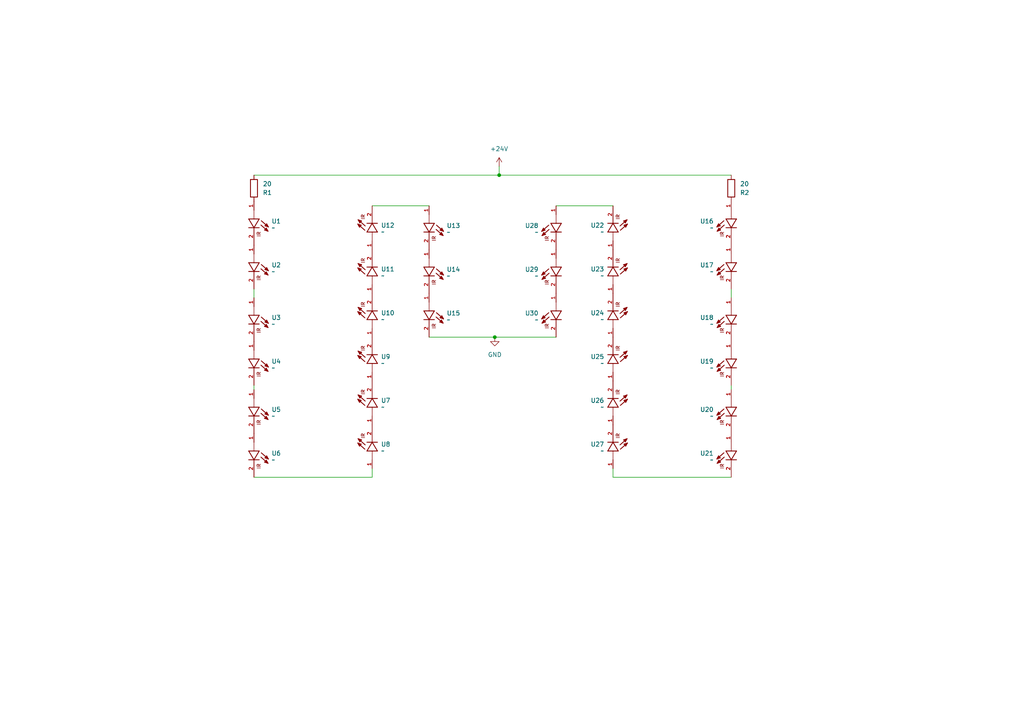
<source format=kicad_sch>
(kicad_sch
	(version 20231120)
	(generator "eeschema")
	(generator_version "8.0")
	(uuid "474f30bf-57b7-4469-a7b4-cccbee2c87e2")
	(paper "A4")
	(lib_symbols
		(symbol "Device:R"
			(pin_numbers hide)
			(pin_names
				(offset 0)
			)
			(exclude_from_sim no)
			(in_bom yes)
			(on_board yes)
			(property "Reference" "R"
				(at 2.032 0 90)
				(effects
					(font
						(size 1.27 1.27)
					)
				)
			)
			(property "Value" "R"
				(at 0 0 90)
				(effects
					(font
						(size 1.27 1.27)
					)
				)
			)
			(property "Footprint" ""
				(at -1.778 0 90)
				(effects
					(font
						(size 1.27 1.27)
					)
					(hide yes)
				)
			)
			(property "Datasheet" "~"
				(at 0 0 0)
				(effects
					(font
						(size 1.27 1.27)
					)
					(hide yes)
				)
			)
			(property "Description" "Resistor"
				(at 0 0 0)
				(effects
					(font
						(size 1.27 1.27)
					)
					(hide yes)
				)
			)
			(property "ki_keywords" "R res resistor"
				(at 0 0 0)
				(effects
					(font
						(size 1.27 1.27)
					)
					(hide yes)
				)
			)
			(property "ki_fp_filters" "R_*"
				(at 0 0 0)
				(effects
					(font
						(size 1.27 1.27)
					)
					(hide yes)
				)
			)
			(symbol "R_0_1"
				(rectangle
					(start -1.016 -2.54)
					(end 1.016 2.54)
					(stroke
						(width 0.254)
						(type default)
					)
					(fill
						(type none)
					)
				)
			)
			(symbol "R_1_1"
				(pin passive line
					(at 0 3.81 270)
					(length 1.27)
					(name "~"
						(effects
							(font
								(size 1.27 1.27)
							)
						)
					)
					(number "1"
						(effects
							(font
								(size 1.27 1.27)
							)
						)
					)
				)
				(pin passive line
					(at 0 -3.81 90)
					(length 1.27)
					(name "~"
						(effects
							(font
								(size 1.27 1.27)
							)
						)
					)
					(number "2"
						(effects
							(font
								(size 1.27 1.27)
							)
						)
					)
				)
			)
		)
		(symbol "New_Library:sfh"
			(exclude_from_sim no)
			(in_bom yes)
			(on_board yes)
			(property "Reference" "U"
				(at 0 0 0)
				(effects
					(font
						(size 1.27 1.27)
					)
				)
			)
			(property "Value" ""
				(at 0 0 0)
				(effects
					(font
						(size 1.27 1.27)
					)
				)
			)
			(property "Footprint" ""
				(at 0 0 0)
				(effects
					(font
						(size 1.27 1.27)
					)
					(hide yes)
				)
			)
			(property "Datasheet" ""
				(at 0 0 0)
				(effects
					(font
						(size 1.27 1.27)
					)
					(hide yes)
				)
			)
			(property "Description" ""
				(at 0 0 0)
				(effects
					(font
						(size 1.27 1.27)
					)
					(hide yes)
				)
			)
			(symbol "sfh_0_0"
				(polyline
					(pts
						(xy -5.08 -7.874) (xy -2.54 -6.35)
					)
					(stroke
						(width 0.254)
						(type default)
					)
					(fill
						(type none)
					)
				)
				(polyline
					(pts
						(xy -5.08 -6.35) (xy -7.62 -6.35)
					)
					(stroke
						(width 0.1524)
						(type default)
					)
					(fill
						(type none)
					)
				)
				(polyline
					(pts
						(xy -5.08 -6.35) (xy -5.08 -7.874)
					)
					(stroke
						(width 0.254)
						(type default)
					)
					(fill
						(type none)
					)
				)
				(polyline
					(pts
						(xy -5.08 -4.826) (xy -5.08 -6.35)
					)
					(stroke
						(width 0.254)
						(type default)
					)
					(fill
						(type none)
					)
				)
				(polyline
					(pts
						(xy -3.6576 -2.667) (xy -2.7686 -2.1844)
					)
					(stroke
						(width 0.254)
						(type default)
					)
					(fill
						(type none)
					)
				)
				(polyline
					(pts
						(xy -3.4798 -2.7432) (xy -3.2512 -2.5908)
					)
					(stroke
						(width 0.254)
						(type default)
					)
					(fill
						(type none)
					)
				)
				(polyline
					(pts
						(xy -3.0988 -3.1496) (xy -3.6576 -2.667)
					)
					(stroke
						(width 0.254)
						(type default)
					)
					(fill
						(type none)
					)
				)
				(polyline
					(pts
						(xy -3.0988 -3.1496) (xy -3.0734 -2.413)
					)
					(stroke
						(width 0.254)
						(type default)
					)
					(fill
						(type none)
					)
				)
				(polyline
					(pts
						(xy -3.0734 -2.413) (xy -3.2004 -2.413)
					)
					(stroke
						(width 0.254)
						(type default)
					)
					(fill
						(type none)
					)
				)
				(polyline
					(pts
						(xy -2.7686 -2.1844) (xy -4.5466 -4.2164)
					)
					(stroke
						(width 0.254)
						(type default)
					)
					(fill
						(type none)
					)
				)
				(polyline
					(pts
						(xy -2.7686 -2.1844) (xy -3.0988 -3.1496)
					)
					(stroke
						(width 0.254)
						(type default)
					)
					(fill
						(type none)
					)
				)
				(polyline
					(pts
						(xy -2.54 -6.35) (xy -5.08 -4.826)
					)
					(stroke
						(width 0.254)
						(type default)
					)
					(fill
						(type none)
					)
				)
				(polyline
					(pts
						(xy -2.54 -4.826) (xy -2.54 -7.874)
					)
					(stroke
						(width 0.254)
						(type default)
					)
					(fill
						(type none)
					)
				)
				(polyline
					(pts
						(xy -2.413 -2.7686) (xy -1.524 -2.286)
					)
					(stroke
						(width 0.254)
						(type default)
					)
					(fill
						(type none)
					)
				)
				(polyline
					(pts
						(xy -2.2352 -2.8448) (xy -2.0066 -2.6924)
					)
					(stroke
						(width 0.254)
						(type default)
					)
					(fill
						(type none)
					)
				)
				(polyline
					(pts
						(xy -1.8542 -3.2512) (xy -2.413 -2.7686)
					)
					(stroke
						(width 0.254)
						(type default)
					)
					(fill
						(type none)
					)
				)
				(polyline
					(pts
						(xy -1.8542 -3.2512) (xy -1.8288 -2.5146)
					)
					(stroke
						(width 0.254)
						(type default)
					)
					(fill
						(type none)
					)
				)
				(polyline
					(pts
						(xy -1.8288 -2.5146) (xy -1.9558 -2.5146)
					)
					(stroke
						(width 0.254)
						(type default)
					)
					(fill
						(type none)
					)
				)
				(polyline
					(pts
						(xy -1.524 -2.286) (xy -3.302 -4.318)
					)
					(stroke
						(width 0.254)
						(type default)
					)
					(fill
						(type none)
					)
				)
				(polyline
					(pts
						(xy -1.524 -2.286) (xy -1.8542 -3.2512)
					)
					(stroke
						(width 0.254)
						(type default)
					)
					(fill
						(type none)
					)
				)
				(text "IR"
					(at -1.524 -4.318 0)
					(effects
						(font
							(size 1.016 1.016)
						)
						(justify left bottom)
					)
				)
			)
			(symbol "sfh_1_0"
				(pin passive line
					(at -10.16 -6.35 0)
					(length 2.54)
					(name "~"
						(effects
							(font
								(size 1.016 1.016)
							)
						)
					)
					(number "1"
						(effects
							(font
								(size 1.016 1.016)
							)
						)
					)
				)
				(pin passive line
					(at 2.54 -6.35 180)
					(length 5.08)
					(name "~"
						(effects
							(font
								(size 1.016 1.016)
							)
						)
					)
					(number "2"
						(effects
							(font
								(size 1.016 1.016)
							)
						)
					)
				)
			)
		)
		(symbol "power:+24V"
			(power)
			(pin_numbers hide)
			(pin_names
				(offset 0) hide)
			(exclude_from_sim no)
			(in_bom yes)
			(on_board yes)
			(property "Reference" "#PWR"
				(at 0 -3.81 0)
				(effects
					(font
						(size 1.27 1.27)
					)
					(hide yes)
				)
			)
			(property "Value" "+24V"
				(at 0 3.556 0)
				(effects
					(font
						(size 1.27 1.27)
					)
				)
			)
			(property "Footprint" ""
				(at 0 0 0)
				(effects
					(font
						(size 1.27 1.27)
					)
					(hide yes)
				)
			)
			(property "Datasheet" ""
				(at 0 0 0)
				(effects
					(font
						(size 1.27 1.27)
					)
					(hide yes)
				)
			)
			(property "Description" "Power symbol creates a global label with name \"+24V\""
				(at 0 0 0)
				(effects
					(font
						(size 1.27 1.27)
					)
					(hide yes)
				)
			)
			(property "ki_keywords" "global power"
				(at 0 0 0)
				(effects
					(font
						(size 1.27 1.27)
					)
					(hide yes)
				)
			)
			(symbol "+24V_0_1"
				(polyline
					(pts
						(xy -0.762 1.27) (xy 0 2.54)
					)
					(stroke
						(width 0)
						(type default)
					)
					(fill
						(type none)
					)
				)
				(polyline
					(pts
						(xy 0 0) (xy 0 2.54)
					)
					(stroke
						(width 0)
						(type default)
					)
					(fill
						(type none)
					)
				)
				(polyline
					(pts
						(xy 0 2.54) (xy 0.762 1.27)
					)
					(stroke
						(width 0)
						(type default)
					)
					(fill
						(type none)
					)
				)
			)
			(symbol "+24V_1_1"
				(pin power_in line
					(at 0 0 90)
					(length 0)
					(name "~"
						(effects
							(font
								(size 1.27 1.27)
							)
						)
					)
					(number "1"
						(effects
							(font
								(size 1.27 1.27)
							)
						)
					)
				)
			)
		)
		(symbol "power:GND"
			(power)
			(pin_numbers hide)
			(pin_names
				(offset 0) hide)
			(exclude_from_sim no)
			(in_bom yes)
			(on_board yes)
			(property "Reference" "#PWR"
				(at 0 -6.35 0)
				(effects
					(font
						(size 1.27 1.27)
					)
					(hide yes)
				)
			)
			(property "Value" "GND"
				(at 0 -3.81 0)
				(effects
					(font
						(size 1.27 1.27)
					)
				)
			)
			(property "Footprint" ""
				(at 0 0 0)
				(effects
					(font
						(size 1.27 1.27)
					)
					(hide yes)
				)
			)
			(property "Datasheet" ""
				(at 0 0 0)
				(effects
					(font
						(size 1.27 1.27)
					)
					(hide yes)
				)
			)
			(property "Description" "Power symbol creates a global label with name \"GND\" , ground"
				(at 0 0 0)
				(effects
					(font
						(size 1.27 1.27)
					)
					(hide yes)
				)
			)
			(property "ki_keywords" "global power"
				(at 0 0 0)
				(effects
					(font
						(size 1.27 1.27)
					)
					(hide yes)
				)
			)
			(symbol "GND_0_1"
				(polyline
					(pts
						(xy 0 0) (xy 0 -1.27) (xy 1.27 -1.27) (xy 0 -2.54) (xy -1.27 -1.27) (xy 0 -1.27)
					)
					(stroke
						(width 0)
						(type default)
					)
					(fill
						(type none)
					)
				)
			)
			(symbol "GND_1_1"
				(pin power_in line
					(at 0 0 270)
					(length 0)
					(name "~"
						(effects
							(font
								(size 1.27 1.27)
							)
						)
					)
					(number "1"
						(effects
							(font
								(size 1.27 1.27)
							)
						)
					)
				)
			)
		)
	)
	(junction
		(at 143.51 97.79)
		(diameter 0)
		(color 0 0 0 0)
		(uuid "1007e8c5-fa8c-4109-8d9a-b777ab943234")
	)
	(junction
		(at 144.78 50.8)
		(diameter 0)
		(color 0 0 0 0)
		(uuid "acdf8f5d-5225-4698-a183-187e7b8419b4")
	)
	(wire
		(pts
			(xy 107.95 59.69) (xy 124.46 59.69)
		)
		(stroke
			(width 0)
			(type default)
		)
		(uuid "05bd24c8-89a8-4fe4-bd66-329f95759e29")
	)
	(wire
		(pts
			(xy 144.78 48.26) (xy 144.78 50.8)
		)
		(stroke
			(width 0)
			(type default)
		)
		(uuid "07246468-a5af-4b23-aaad-03f6859f2597")
	)
	(wire
		(pts
			(xy 107.95 138.43) (xy 107.95 135.89)
		)
		(stroke
			(width 0)
			(type default)
		)
		(uuid "10929a6f-b8cc-4d45-b507-6e6172f33c9b")
	)
	(wire
		(pts
			(xy 177.8 138.43) (xy 177.8 135.89)
		)
		(stroke
			(width 0)
			(type default)
		)
		(uuid "1b9f4bf0-6722-4a97-a9ca-5a09a03671e9")
	)
	(wire
		(pts
			(xy 73.66 86.36) (xy 73.66 83.82)
		)
		(stroke
			(width 0)
			(type default)
		)
		(uuid "1fe67605-e84c-475b-ab6c-36203e499d7d")
	)
	(wire
		(pts
			(xy 212.09 86.36) (xy 212.09 83.82)
		)
		(stroke
			(width 0)
			(type default)
		)
		(uuid "2c94ea83-1c60-49b7-924c-80842e1a88f9")
	)
	(wire
		(pts
			(xy 124.46 97.79) (xy 143.51 97.79)
		)
		(stroke
			(width 0)
			(type default)
		)
		(uuid "2ec66b27-edc6-4dad-ab95-c3d32a3579d8")
	)
	(wire
		(pts
			(xy 73.66 50.8) (xy 144.78 50.8)
		)
		(stroke
			(width 0)
			(type default)
		)
		(uuid "47a89952-3d66-4df6-a02a-55dcb267f816")
	)
	(wire
		(pts
			(xy 212.09 138.43) (xy 177.8 138.43)
		)
		(stroke
			(width 0)
			(type default)
		)
		(uuid "7b0f1d67-237c-4434-8b62-5efa331f24a6")
	)
	(wire
		(pts
			(xy 212.09 50.8) (xy 144.78 50.8)
		)
		(stroke
			(width 0)
			(type default)
		)
		(uuid "8e274c11-0d7f-44da-a82a-0b604606e50e")
	)
	(wire
		(pts
			(xy 212.09 113.03) (xy 212.09 111.76)
		)
		(stroke
			(width 0)
			(type default)
		)
		(uuid "b141bf7f-336e-4076-a08c-2826857593ba")
	)
	(wire
		(pts
			(xy 177.8 59.69) (xy 161.29 59.69)
		)
		(stroke
			(width 0)
			(type default)
		)
		(uuid "c0e97e00-1a6c-4db7-89ed-1a5881ec0a9c")
	)
	(wire
		(pts
			(xy 73.66 138.43) (xy 107.95 138.43)
		)
		(stroke
			(width 0)
			(type default)
		)
		(uuid "c2977f41-9f56-4d40-9316-f0056ba58389")
	)
	(wire
		(pts
			(xy 143.51 97.79) (xy 161.29 97.79)
		)
		(stroke
			(width 0)
			(type default)
		)
		(uuid "e9093e8e-c9d6-4b7e-b681-80e01604e452")
	)
	(wire
		(pts
			(xy 73.66 113.03) (xy 73.66 111.76)
		)
		(stroke
			(width 0)
			(type default)
		)
		(uuid "fec560c5-2728-4b5a-af6e-128e0fbe57eb")
	)
	(symbol
		(lib_id "New_Library:sfh")
		(at 80.01 135.89 270)
		(unit 1)
		(exclude_from_sim no)
		(in_bom yes)
		(on_board yes)
		(dnp no)
		(fields_autoplaced yes)
		(uuid "068a8164-dc79-4742-b7e9-917d21e46eb8")
		(property "Reference" "U6"
			(at 78.74 131.4836 90)
			(effects
				(font
					(size 1.27 1.27)
				)
				(justify left)
			)
		)
		(property "Value" "~"
			(at 78.74 133.3887 90)
			(effects
				(font
					(size 1.27 1.27)
				)
				(justify left)
			)
		)
		(property "Footprint" "LED_THT:LED_D5.0mm"
			(at 80.01 135.89 0)
			(effects
				(font
					(size 1.27 1.27)
				)
				(hide yes)
			)
		)
		(property "Datasheet" ""
			(at 80.01 135.89 0)
			(effects
				(font
					(size 1.27 1.27)
				)
				(hide yes)
			)
		)
		(property "Description" ""
			(at 80.01 135.89 0)
			(effects
				(font
					(size 1.27 1.27)
				)
				(hide yes)
			)
		)
		(pin "1"
			(uuid "7c45d09c-f913-48ab-897b-6b9bb039ad18")
		)
		(pin "2"
			(uuid "9b328e02-f955-436a-9fde-351f2393bc96")
		)
		(instances
			(project "ringLED"
				(path "/474f30bf-57b7-4469-a7b4-cccbee2c87e2"
					(reference "U6")
					(unit 1)
				)
			)
		)
	)
	(symbol
		(lib_id "New_Library:sfh")
		(at 80.01 81.28 270)
		(unit 1)
		(exclude_from_sim no)
		(in_bom yes)
		(on_board yes)
		(dnp no)
		(fields_autoplaced yes)
		(uuid "0983a66c-f898-4ab2-81ff-6be7ef65f73f")
		(property "Reference" "U2"
			(at 78.74 76.8736 90)
			(effects
				(font
					(size 1.27 1.27)
				)
				(justify left)
			)
		)
		(property "Value" "~"
			(at 78.74 78.7787 90)
			(effects
				(font
					(size 1.27 1.27)
				)
				(justify left)
			)
		)
		(property "Footprint" "LED_THT:LED_D5.0mm"
			(at 80.01 81.28 0)
			(effects
				(font
					(size 1.27 1.27)
				)
				(hide yes)
			)
		)
		(property "Datasheet" ""
			(at 80.01 81.28 0)
			(effects
				(font
					(size 1.27 1.27)
				)
				(hide yes)
			)
		)
		(property "Description" ""
			(at 80.01 81.28 0)
			(effects
				(font
					(size 1.27 1.27)
				)
				(hide yes)
			)
		)
		(pin "1"
			(uuid "4dddbba1-f65f-49d2-a4de-0cd70342d5f0")
		)
		(pin "2"
			(uuid "c378f38b-3ca0-487e-8207-e32ed3322cc2")
		)
		(instances
			(project "ringLED"
				(path "/474f30bf-57b7-4469-a7b4-cccbee2c87e2"
					(reference "U2")
					(unit 1)
				)
			)
		)
	)
	(symbol
		(lib_id "New_Library:sfh")
		(at 101.6 87.63 90)
		(unit 1)
		(exclude_from_sim no)
		(in_bom yes)
		(on_board yes)
		(dnp no)
		(fields_autoplaced yes)
		(uuid "10055ac8-90d1-4a54-9add-d1859cf1cb94")
		(property "Reference" "U10"
			(at 110.49 90.7662 90)
			(effects
				(font
					(size 1.27 1.27)
				)
				(justify right)
			)
		)
		(property "Value" "~"
			(at 110.49 92.6713 90)
			(effects
				(font
					(size 1.27 1.27)
				)
				(justify right)
			)
		)
		(property "Footprint" "LED_THT:LED_D5.0mm"
			(at 101.6 87.63 0)
			(effects
				(font
					(size 1.27 1.27)
				)
				(hide yes)
			)
		)
		(property "Datasheet" ""
			(at 101.6 87.63 0)
			(effects
				(font
					(size 1.27 1.27)
				)
				(hide yes)
			)
		)
		(property "Description" ""
			(at 101.6 87.63 0)
			(effects
				(font
					(size 1.27 1.27)
				)
				(hide yes)
			)
		)
		(pin "1"
			(uuid "27822224-4354-49d9-8320-f1f3bee2462c")
		)
		(pin "2"
			(uuid "55536858-403a-4004-95ef-fb69b22d1448")
		)
		(instances
			(project "ringLED"
				(path "/474f30bf-57b7-4469-a7b4-cccbee2c87e2"
					(reference "U10")
					(unit 1)
				)
			)
		)
	)
	(symbol
		(lib_id "New_Library:sfh")
		(at 130.81 69.85 270)
		(unit 1)
		(exclude_from_sim no)
		(in_bom yes)
		(on_board yes)
		(dnp no)
		(fields_autoplaced yes)
		(uuid "12eac6b6-603d-44bd-acd1-6cf8b62c46e9")
		(property "Reference" "U13"
			(at 129.54 65.4436 90)
			(effects
				(font
					(size 1.27 1.27)
				)
				(justify left)
			)
		)
		(property "Value" "~"
			(at 129.54 67.3487 90)
			(effects
				(font
					(size 1.27 1.27)
				)
				(justify left)
			)
		)
		(property "Footprint" "LED_THT:LED_D5.0mm"
			(at 130.81 69.85 0)
			(effects
				(font
					(size 1.27 1.27)
				)
				(hide yes)
			)
		)
		(property "Datasheet" ""
			(at 130.81 69.85 0)
			(effects
				(font
					(size 1.27 1.27)
				)
				(hide yes)
			)
		)
		(property "Description" ""
			(at 130.81 69.85 0)
			(effects
				(font
					(size 1.27 1.27)
				)
				(hide yes)
			)
		)
		(pin "1"
			(uuid "5830672c-bde0-48e3-a1a9-71ba82c407e7")
		)
		(pin "2"
			(uuid "a9126c46-9a65-4684-8583-9f89e5951032")
		)
		(instances
			(project "ringLED"
				(path "/474f30bf-57b7-4469-a7b4-cccbee2c87e2"
					(reference "U13")
					(unit 1)
				)
			)
		)
	)
	(symbol
		(lib_id "New_Library:sfh")
		(at 154.94 69.85 90)
		(mirror x)
		(unit 1)
		(exclude_from_sim no)
		(in_bom yes)
		(on_board yes)
		(dnp no)
		(fields_autoplaced yes)
		(uuid "18c5fbd5-5570-4a72-9279-529e02069130")
		(property "Reference" "U28"
			(at 156.21 65.4436 90)
			(effects
				(font
					(size 1.27 1.27)
				)
				(justify left)
			)
		)
		(property "Value" "~"
			(at 156.21 67.3487 90)
			(effects
				(font
					(size 1.27 1.27)
				)
				(justify left)
			)
		)
		(property "Footprint" "LED_THT:LED_D5.0mm"
			(at 154.94 69.85 0)
			(effects
				(font
					(size 1.27 1.27)
				)
				(hide yes)
			)
		)
		(property "Datasheet" ""
			(at 154.94 69.85 0)
			(effects
				(font
					(size 1.27 1.27)
				)
				(hide yes)
			)
		)
		(property "Description" ""
			(at 154.94 69.85 0)
			(effects
				(font
					(size 1.27 1.27)
				)
				(hide yes)
			)
		)
		(pin "1"
			(uuid "070126dd-44b7-446f-b591-51d558a44481")
		)
		(pin "2"
			(uuid "51ede229-5dc1-42ea-9ed9-33f84b1a14f2")
		)
		(instances
			(project "ringLED"
				(path "/474f30bf-57b7-4469-a7b4-cccbee2c87e2"
					(reference "U28")
					(unit 1)
				)
			)
		)
	)
	(symbol
		(lib_id "New_Library:sfh")
		(at 80.01 123.19 270)
		(unit 1)
		(exclude_from_sim no)
		(in_bom yes)
		(on_board yes)
		(dnp no)
		(fields_autoplaced yes)
		(uuid "1b21908f-b7a5-4669-ab9d-e7928213d689")
		(property "Reference" "U5"
			(at 78.74 118.7836 90)
			(effects
				(font
					(size 1.27 1.27)
				)
				(justify left)
			)
		)
		(property "Value" "~"
			(at 78.74 120.6887 90)
			(effects
				(font
					(size 1.27 1.27)
				)
				(justify left)
			)
		)
		(property "Footprint" "LED_THT:LED_D5.0mm"
			(at 80.01 123.19 0)
			(effects
				(font
					(size 1.27 1.27)
				)
				(hide yes)
			)
		)
		(property "Datasheet" ""
			(at 80.01 123.19 0)
			(effects
				(font
					(size 1.27 1.27)
				)
				(hide yes)
			)
		)
		(property "Description" ""
			(at 80.01 123.19 0)
			(effects
				(font
					(size 1.27 1.27)
				)
				(hide yes)
			)
		)
		(pin "1"
			(uuid "7c026329-2aec-41e8-8127-58d5bfad5203")
		)
		(pin "2"
			(uuid "f058fd12-87d6-45ca-9f48-547b06955b93")
		)
		(instances
			(project "ringLED"
				(path "/474f30bf-57b7-4469-a7b4-cccbee2c87e2"
					(reference "U5")
					(unit 1)
				)
			)
		)
	)
	(symbol
		(lib_id "New_Library:sfh")
		(at 184.15 62.23 270)
		(mirror x)
		(unit 1)
		(exclude_from_sim no)
		(in_bom yes)
		(on_board yes)
		(dnp no)
		(fields_autoplaced yes)
		(uuid "2f6b2b15-f8ae-4a83-8380-b13d4b30ee58")
		(property "Reference" "U22"
			(at 175.26 65.3662 90)
			(effects
				(font
					(size 1.27 1.27)
				)
				(justify right)
			)
		)
		(property "Value" "~"
			(at 175.26 67.2713 90)
			(effects
				(font
					(size 1.27 1.27)
				)
				(justify right)
			)
		)
		(property "Footprint" "LED_THT:LED_D5.0mm"
			(at 184.15 62.23 0)
			(effects
				(font
					(size 1.27 1.27)
				)
				(hide yes)
			)
		)
		(property "Datasheet" ""
			(at 184.15 62.23 0)
			(effects
				(font
					(size 1.27 1.27)
				)
				(hide yes)
			)
		)
		(property "Description" ""
			(at 184.15 62.23 0)
			(effects
				(font
					(size 1.27 1.27)
				)
				(hide yes)
			)
		)
		(pin "1"
			(uuid "bde5c9f6-9d3d-4d22-95cf-6625a5199ec3")
		)
		(pin "2"
			(uuid "5a41fd99-1e60-468c-a242-f04519bf30ec")
		)
		(instances
			(project "ringLED"
				(path "/474f30bf-57b7-4469-a7b4-cccbee2c87e2"
					(reference "U22")
					(unit 1)
				)
			)
		)
	)
	(symbol
		(lib_id "New_Library:sfh")
		(at 154.94 82.55 90)
		(mirror x)
		(unit 1)
		(exclude_from_sim no)
		(in_bom yes)
		(on_board yes)
		(dnp no)
		(fields_autoplaced yes)
		(uuid "4002e49d-7f61-4578-a11a-20a34535ba51")
		(property "Reference" "U29"
			(at 156.21 78.1436 90)
			(effects
				(font
					(size 1.27 1.27)
				)
				(justify left)
			)
		)
		(property "Value" "~"
			(at 156.21 80.0487 90)
			(effects
				(font
					(size 1.27 1.27)
				)
				(justify left)
			)
		)
		(property "Footprint" "LED_THT:LED_D5.0mm"
			(at 154.94 82.55 0)
			(effects
				(font
					(size 1.27 1.27)
				)
				(hide yes)
			)
		)
		(property "Datasheet" ""
			(at 154.94 82.55 0)
			(effects
				(font
					(size 1.27 1.27)
				)
				(hide yes)
			)
		)
		(property "Description" ""
			(at 154.94 82.55 0)
			(effects
				(font
					(size 1.27 1.27)
				)
				(hide yes)
			)
		)
		(pin "1"
			(uuid "01f09ced-d2df-4d69-a0a3-38a796d9d43b")
		)
		(pin "2"
			(uuid "561e494e-07c5-4a77-a803-05f04daa0e75")
		)
		(instances
			(project "ringLED"
				(path "/474f30bf-57b7-4469-a7b4-cccbee2c87e2"
					(reference "U29")
					(unit 1)
				)
			)
		)
	)
	(symbol
		(lib_id "New_Library:sfh")
		(at 80.01 109.22 270)
		(unit 1)
		(exclude_from_sim no)
		(in_bom yes)
		(on_board yes)
		(dnp no)
		(fields_autoplaced yes)
		(uuid "4f431765-7ddd-4ef5-944f-4b9e624eb65c")
		(property "Reference" "U4"
			(at 78.74 104.8136 90)
			(effects
				(font
					(size 1.27 1.27)
				)
				(justify left)
			)
		)
		(property "Value" "~"
			(at 78.74 106.7187 90)
			(effects
				(font
					(size 1.27 1.27)
				)
				(justify left)
			)
		)
		(property "Footprint" "LED_THT:LED_D5.0mm"
			(at 80.01 109.22 0)
			(effects
				(font
					(size 1.27 1.27)
				)
				(hide yes)
			)
		)
		(property "Datasheet" ""
			(at 80.01 109.22 0)
			(effects
				(font
					(size 1.27 1.27)
				)
				(hide yes)
			)
		)
		(property "Description" ""
			(at 80.01 109.22 0)
			(effects
				(font
					(size 1.27 1.27)
				)
				(hide yes)
			)
		)
		(pin "1"
			(uuid "4bcfb755-29b0-42e9-9025-62a9e9c6d387")
		)
		(pin "2"
			(uuid "3b480f13-bdcf-4e45-a741-236d1762338d")
		)
		(instances
			(project "ringLED"
				(path "/474f30bf-57b7-4469-a7b4-cccbee2c87e2"
					(reference "U4")
					(unit 1)
				)
			)
		)
	)
	(symbol
		(lib_id "New_Library:sfh")
		(at 101.6 62.23 90)
		(unit 1)
		(exclude_from_sim no)
		(in_bom yes)
		(on_board yes)
		(dnp no)
		(fields_autoplaced yes)
		(uuid "4f94e319-18ed-4fcb-a402-acd61afc2e8b")
		(property "Reference" "U12"
			(at 110.49 65.3662 90)
			(effects
				(font
					(size 1.27 1.27)
				)
				(justify right)
			)
		)
		(property "Value" "~"
			(at 110.49 67.2713 90)
			(effects
				(font
					(size 1.27 1.27)
				)
				(justify right)
			)
		)
		(property "Footprint" "LED_THT:LED_D5.0mm"
			(at 101.6 62.23 0)
			(effects
				(font
					(size 1.27 1.27)
				)
				(hide yes)
			)
		)
		(property "Datasheet" ""
			(at 101.6 62.23 0)
			(effects
				(font
					(size 1.27 1.27)
				)
				(hide yes)
			)
		)
		(property "Description" ""
			(at 101.6 62.23 0)
			(effects
				(font
					(size 1.27 1.27)
				)
				(hide yes)
			)
		)
		(pin "1"
			(uuid "a1672fc3-f385-4c45-b7b1-527d1cc73da7")
		)
		(pin "2"
			(uuid "08e6001e-4ca1-4b33-ba86-91a469f18738")
		)
		(instances
			(project "ringLED"
				(path "/474f30bf-57b7-4469-a7b4-cccbee2c87e2"
					(reference "U12")
					(unit 1)
				)
			)
		)
	)
	(symbol
		(lib_id "New_Library:sfh")
		(at 154.94 95.25 90)
		(mirror x)
		(unit 1)
		(exclude_from_sim no)
		(in_bom yes)
		(on_board yes)
		(dnp no)
		(fields_autoplaced yes)
		(uuid "508ec570-87ce-43b1-9f5d-4c4c30e685de")
		(property "Reference" "U30"
			(at 156.21 90.8436 90)
			(effects
				(font
					(size 1.27 1.27)
				)
				(justify left)
			)
		)
		(property "Value" "~"
			(at 156.21 92.7487 90)
			(effects
				(font
					(size 1.27 1.27)
				)
				(justify left)
			)
		)
		(property "Footprint" "LED_THT:LED_D5.0mm"
			(at 154.94 95.25 0)
			(effects
				(font
					(size 1.27 1.27)
				)
				(hide yes)
			)
		)
		(property "Datasheet" ""
			(at 154.94 95.25 0)
			(effects
				(font
					(size 1.27 1.27)
				)
				(hide yes)
			)
		)
		(property "Description" ""
			(at 154.94 95.25 0)
			(effects
				(font
					(size 1.27 1.27)
				)
				(hide yes)
			)
		)
		(pin "1"
			(uuid "e8c7300c-6fa4-4685-a688-a0e7dba8db8d")
		)
		(pin "2"
			(uuid "a9f3b2ef-dad3-485a-a77e-5987d1b1e5f1")
		)
		(instances
			(project "ringLED"
				(path "/474f30bf-57b7-4469-a7b4-cccbee2c87e2"
					(reference "U30")
					(unit 1)
				)
			)
		)
	)
	(symbol
		(lib_id "New_Library:sfh")
		(at 101.6 125.73 90)
		(unit 1)
		(exclude_from_sim no)
		(in_bom yes)
		(on_board yes)
		(dnp no)
		(fields_autoplaced yes)
		(uuid "51acc589-ecd6-4ba4-b553-5a8c00a55705")
		(property "Reference" "U8"
			(at 110.49 128.8662 90)
			(effects
				(font
					(size 1.27 1.27)
				)
				(justify right)
			)
		)
		(property "Value" "~"
			(at 110.49 130.7713 90)
			(effects
				(font
					(size 1.27 1.27)
				)
				(justify right)
			)
		)
		(property "Footprint" "LED_THT:LED_D5.0mm"
			(at 101.6 125.73 0)
			(effects
				(font
					(size 1.27 1.27)
				)
				(hide yes)
			)
		)
		(property "Datasheet" ""
			(at 101.6 125.73 0)
			(effects
				(font
					(size 1.27 1.27)
				)
				(hide yes)
			)
		)
		(property "Description" ""
			(at 101.6 125.73 0)
			(effects
				(font
					(size 1.27 1.27)
				)
				(hide yes)
			)
		)
		(pin "1"
			(uuid "0e3fa494-65b7-48a5-a438-fecf6df8c556")
		)
		(pin "2"
			(uuid "4ec1a9f1-9dcd-4d07-892b-e3df05ee9c11")
		)
		(instances
			(project "ringLED"
				(path "/474f30bf-57b7-4469-a7b4-cccbee2c87e2"
					(reference "U8")
					(unit 1)
				)
			)
		)
	)
	(symbol
		(lib_id "New_Library:sfh")
		(at 205.74 123.19 90)
		(mirror x)
		(unit 1)
		(exclude_from_sim no)
		(in_bom yes)
		(on_board yes)
		(dnp no)
		(fields_autoplaced yes)
		(uuid "57ff1033-f178-4fc6-8d1c-6bf1efa6810d")
		(property "Reference" "U20"
			(at 207.01 118.7836 90)
			(effects
				(font
					(size 1.27 1.27)
				)
				(justify left)
			)
		)
		(property "Value" "~"
			(at 207.01 120.6887 90)
			(effects
				(font
					(size 1.27 1.27)
				)
				(justify left)
			)
		)
		(property "Footprint" "LED_THT:LED_D5.0mm"
			(at 205.74 123.19 0)
			(effects
				(font
					(size 1.27 1.27)
				)
				(hide yes)
			)
		)
		(property "Datasheet" ""
			(at 205.74 123.19 0)
			(effects
				(font
					(size 1.27 1.27)
				)
				(hide yes)
			)
		)
		(property "Description" ""
			(at 205.74 123.19 0)
			(effects
				(font
					(size 1.27 1.27)
				)
				(hide yes)
			)
		)
		(pin "1"
			(uuid "f5f7cda0-d02e-4d79-bc65-ac2e00827c32")
		)
		(pin "2"
			(uuid "261be4cc-5447-432f-b9e2-d7a7a8cde834")
		)
		(instances
			(project "ringLED"
				(path "/474f30bf-57b7-4469-a7b4-cccbee2c87e2"
					(reference "U20")
					(unit 1)
				)
			)
		)
	)
	(symbol
		(lib_id "Device:R")
		(at 73.66 54.61 0)
		(mirror x)
		(unit 1)
		(exclude_from_sim no)
		(in_bom yes)
		(on_board yes)
		(dnp no)
		(fields_autoplaced yes)
		(uuid "5925532a-85dc-499e-a56b-bda5d6165658")
		(property "Reference" "R1"
			(at 76.2 55.8801 0)
			(effects
				(font
					(size 1.27 1.27)
				)
				(justify left)
			)
		)
		(property "Value" "20"
			(at 76.2 53.3401 0)
			(effects
				(font
					(size 1.27 1.27)
				)
				(justify left)
			)
		)
		(property "Footprint" "Resistor_THT:R_Axial_DIN0309_L9.0mm_D3.2mm_P12.70mm_Horizontal"
			(at 71.882 54.61 90)
			(effects
				(font
					(size 1.27 1.27)
				)
				(hide yes)
			)
		)
		(property "Datasheet" "~"
			(at 73.66 54.61 0)
			(effects
				(font
					(size 1.27 1.27)
				)
				(hide yes)
			)
		)
		(property "Description" "Resistor"
			(at 73.66 54.61 0)
			(effects
				(font
					(size 1.27 1.27)
				)
				(hide yes)
			)
		)
		(property "Sim.Device" "R"
			(at 73.66 54.61 0)
			(effects
				(font
					(size 1.27 1.27)
				)
				(hide yes)
			)
		)
		(property "Sim.Pins" "1=+ 2=-"
			(at 73.66 54.61 0)
			(effects
				(font
					(size 1.27 1.27)
				)
				(hide yes)
			)
		)
		(pin "2"
			(uuid "d45b2282-95ff-40a0-99e1-617100ec7030")
		)
		(pin "1"
			(uuid "d8d60ca0-bacc-466f-b2d2-4558313d44c1")
		)
		(instances
			(project "ringLED"
				(path "/474f30bf-57b7-4469-a7b4-cccbee2c87e2"
					(reference "R1")
					(unit 1)
				)
			)
		)
	)
	(symbol
		(lib_id "New_Library:sfh")
		(at 184.15 87.63 270)
		(mirror x)
		(unit 1)
		(exclude_from_sim no)
		(in_bom yes)
		(on_board yes)
		(dnp no)
		(fields_autoplaced yes)
		(uuid "5dae1dbf-75de-4221-81c4-b7c0c53e8c12")
		(property "Reference" "U24"
			(at 175.26 90.7662 90)
			(effects
				(font
					(size 1.27 1.27)
				)
				(justify right)
			)
		)
		(property "Value" "~"
			(at 175.26 92.6713 90)
			(effects
				(font
					(size 1.27 1.27)
				)
				(justify right)
			)
		)
		(property "Footprint" "LED_THT:LED_D5.0mm"
			(at 184.15 87.63 0)
			(effects
				(font
					(size 1.27 1.27)
				)
				(hide yes)
			)
		)
		(property "Datasheet" ""
			(at 184.15 87.63 0)
			(effects
				(font
					(size 1.27 1.27)
				)
				(hide yes)
			)
		)
		(property "Description" ""
			(at 184.15 87.63 0)
			(effects
				(font
					(size 1.27 1.27)
				)
				(hide yes)
			)
		)
		(pin "1"
			(uuid "f12c4f0a-8230-43fd-b4b4-f930a6a99a24")
		)
		(pin "2"
			(uuid "956d021a-7a2d-4856-9404-86ab37126602")
		)
		(instances
			(project "ringLED"
				(path "/474f30bf-57b7-4469-a7b4-cccbee2c87e2"
					(reference "U24")
					(unit 1)
				)
			)
		)
	)
	(symbol
		(lib_id "New_Library:sfh")
		(at 205.74 109.22 90)
		(mirror x)
		(unit 1)
		(exclude_from_sim no)
		(in_bom yes)
		(on_board yes)
		(dnp no)
		(fields_autoplaced yes)
		(uuid "637b0879-3268-45d9-8b83-44cb85b26ca5")
		(property "Reference" "U19"
			(at 207.01 104.8136 90)
			(effects
				(font
					(size 1.27 1.27)
				)
				(justify left)
			)
		)
		(property "Value" "~"
			(at 207.01 106.7187 90)
			(effects
				(font
					(size 1.27 1.27)
				)
				(justify left)
			)
		)
		(property "Footprint" "LED_THT:LED_D5.0mm"
			(at 205.74 109.22 0)
			(effects
				(font
					(size 1.27 1.27)
				)
				(hide yes)
			)
		)
		(property "Datasheet" ""
			(at 205.74 109.22 0)
			(effects
				(font
					(size 1.27 1.27)
				)
				(hide yes)
			)
		)
		(property "Description" ""
			(at 205.74 109.22 0)
			(effects
				(font
					(size 1.27 1.27)
				)
				(hide yes)
			)
		)
		(pin "1"
			(uuid "b91d70d2-61e4-4543-b44e-bb4419cb479c")
		)
		(pin "2"
			(uuid "e787b0af-ad69-4976-805c-66d4e09aec48")
		)
		(instances
			(project "ringLED"
				(path "/474f30bf-57b7-4469-a7b4-cccbee2c87e2"
					(reference "U19")
					(unit 1)
				)
			)
		)
	)
	(symbol
		(lib_id "New_Library:sfh")
		(at 184.15 113.03 270)
		(mirror x)
		(unit 1)
		(exclude_from_sim no)
		(in_bom yes)
		(on_board yes)
		(dnp no)
		(fields_autoplaced yes)
		(uuid "639dfef2-ac1c-408c-bf48-4f6ef4423966")
		(property "Reference" "U26"
			(at 175.26 116.1662 90)
			(effects
				(font
					(size 1.27 1.27)
				)
				(justify right)
			)
		)
		(property "Value" "~"
			(at 175.26 118.0713 90)
			(effects
				(font
					(size 1.27 1.27)
				)
				(justify right)
			)
		)
		(property "Footprint" "LED_THT:LED_D5.0mm"
			(at 184.15 113.03 0)
			(effects
				(font
					(size 1.27 1.27)
				)
				(hide yes)
			)
		)
		(property "Datasheet" ""
			(at 184.15 113.03 0)
			(effects
				(font
					(size 1.27 1.27)
				)
				(hide yes)
			)
		)
		(property "Description" ""
			(at 184.15 113.03 0)
			(effects
				(font
					(size 1.27 1.27)
				)
				(hide yes)
			)
		)
		(pin "1"
			(uuid "4b8c0a98-d0e0-47ae-8b01-b9f6d04bb6d6")
		)
		(pin "2"
			(uuid "3b4cc027-de0e-42f3-8541-ee57d601f0db")
		)
		(instances
			(project "ringLED"
				(path "/474f30bf-57b7-4469-a7b4-cccbee2c87e2"
					(reference "U26")
					(unit 1)
				)
			)
		)
	)
	(symbol
		(lib_id "New_Library:sfh")
		(at 184.15 74.93 270)
		(mirror x)
		(unit 1)
		(exclude_from_sim no)
		(in_bom yes)
		(on_board yes)
		(dnp no)
		(fields_autoplaced yes)
		(uuid "6fe56691-aed3-4ce0-9101-60e0c6881bcf")
		(property "Reference" "U23"
			(at 175.26 78.0662 90)
			(effects
				(font
					(size 1.27 1.27)
				)
				(justify right)
			)
		)
		(property "Value" "~"
			(at 175.26 79.9713 90)
			(effects
				(font
					(size 1.27 1.27)
				)
				(justify right)
			)
		)
		(property "Footprint" "LED_THT:LED_D5.0mm"
			(at 184.15 74.93 0)
			(effects
				(font
					(size 1.27 1.27)
				)
				(hide yes)
			)
		)
		(property "Datasheet" ""
			(at 184.15 74.93 0)
			(effects
				(font
					(size 1.27 1.27)
				)
				(hide yes)
			)
		)
		(property "Description" ""
			(at 184.15 74.93 0)
			(effects
				(font
					(size 1.27 1.27)
				)
				(hide yes)
			)
		)
		(pin "1"
			(uuid "802df517-aee0-43cc-81a6-adad54dad00f")
		)
		(pin "2"
			(uuid "72013c0a-ed8d-434e-875d-17028df6c743")
		)
		(instances
			(project "ringLED"
				(path "/474f30bf-57b7-4469-a7b4-cccbee2c87e2"
					(reference "U23")
					(unit 1)
				)
			)
		)
	)
	(symbol
		(lib_id "power:GND")
		(at 143.51 97.79 0)
		(unit 1)
		(exclude_from_sim no)
		(in_bom yes)
		(on_board yes)
		(dnp no)
		(fields_autoplaced yes)
		(uuid "7e11eb34-25ae-42e3-a577-11ce247f5a8b")
		(property "Reference" "#PWR03"
			(at 143.51 104.14 0)
			(effects
				(font
					(size 1.27 1.27)
				)
				(hide yes)
			)
		)
		(property "Value" "GND"
			(at 143.51 102.87 0)
			(effects
				(font
					(size 1.27 1.27)
				)
			)
		)
		(property "Footprint" ""
			(at 143.51 97.79 0)
			(effects
				(font
					(size 1.27 1.27)
				)
				(hide yes)
			)
		)
		(property "Datasheet" ""
			(at 143.51 97.79 0)
			(effects
				(font
					(size 1.27 1.27)
				)
				(hide yes)
			)
		)
		(property "Description" "Power symbol creates a global label with name \"GND\" , ground"
			(at 143.51 97.79 0)
			(effects
				(font
					(size 1.27 1.27)
				)
				(hide yes)
			)
		)
		(pin "1"
			(uuid "39991324-ccfa-40a3-9d5c-16efc2b453fa")
		)
		(instances
			(project "ringLED"
				(path "/474f30bf-57b7-4469-a7b4-cccbee2c87e2"
					(reference "#PWR03")
					(unit 1)
				)
			)
		)
	)
	(symbol
		(lib_id "New_Library:sfh")
		(at 130.81 95.25 270)
		(unit 1)
		(exclude_from_sim no)
		(in_bom yes)
		(on_board yes)
		(dnp no)
		(fields_autoplaced yes)
		(uuid "82e67a69-4fec-437f-af17-b95218d7606b")
		(property "Reference" "U15"
			(at 129.54 90.8436 90)
			(effects
				(font
					(size 1.27 1.27)
				)
				(justify left)
			)
		)
		(property "Value" "~"
			(at 129.54 92.7487 90)
			(effects
				(font
					(size 1.27 1.27)
				)
				(justify left)
			)
		)
		(property "Footprint" "LED_THT:LED_D5.0mm"
			(at 130.81 95.25 0)
			(effects
				(font
					(size 1.27 1.27)
				)
				(hide yes)
			)
		)
		(property "Datasheet" ""
			(at 130.81 95.25 0)
			(effects
				(font
					(size 1.27 1.27)
				)
				(hide yes)
			)
		)
		(property "Description" ""
			(at 130.81 95.25 0)
			(effects
				(font
					(size 1.27 1.27)
				)
				(hide yes)
			)
		)
		(pin "1"
			(uuid "c8c69d66-07b8-454c-81dd-ad17385c57fd")
		)
		(pin "2"
			(uuid "7882277b-e3ad-4c63-a746-a88e53c99c89")
		)
		(instances
			(project "ringLED"
				(path "/474f30bf-57b7-4469-a7b4-cccbee2c87e2"
					(reference "U15")
					(unit 1)
				)
			)
		)
	)
	(symbol
		(lib_id "New_Library:sfh")
		(at 101.6 100.33 90)
		(unit 1)
		(exclude_from_sim no)
		(in_bom yes)
		(on_board yes)
		(dnp no)
		(fields_autoplaced yes)
		(uuid "87ec71ce-0b5b-416b-be74-c63a626e21d5")
		(property "Reference" "U9"
			(at 110.49 103.4662 90)
			(effects
				(font
					(size 1.27 1.27)
				)
				(justify right)
			)
		)
		(property "Value" "~"
			(at 110.49 105.3713 90)
			(effects
				(font
					(size 1.27 1.27)
				)
				(justify right)
			)
		)
		(property "Footprint" "LED_THT:LED_D5.0mm"
			(at 101.6 100.33 0)
			(effects
				(font
					(size 1.27 1.27)
				)
				(hide yes)
			)
		)
		(property "Datasheet" ""
			(at 101.6 100.33 0)
			(effects
				(font
					(size 1.27 1.27)
				)
				(hide yes)
			)
		)
		(property "Description" ""
			(at 101.6 100.33 0)
			(effects
				(font
					(size 1.27 1.27)
				)
				(hide yes)
			)
		)
		(pin "1"
			(uuid "9ce91a89-5c7d-4977-bb42-cfb2a132f385")
		)
		(pin "2"
			(uuid "b9b8ff86-bd38-4a2a-94cc-1d257392dd04")
		)
		(instances
			(project "ringLED"
				(path "/474f30bf-57b7-4469-a7b4-cccbee2c87e2"
					(reference "U9")
					(unit 1)
				)
			)
		)
	)
	(symbol
		(lib_id "New_Library:sfh")
		(at 205.74 135.89 90)
		(mirror x)
		(unit 1)
		(exclude_from_sim no)
		(in_bom yes)
		(on_board yes)
		(dnp no)
		(fields_autoplaced yes)
		(uuid "9f432776-2d6d-46af-8ab1-b08762be33e5")
		(property "Reference" "U21"
			(at 207.01 131.4836 90)
			(effects
				(font
					(size 1.27 1.27)
				)
				(justify left)
			)
		)
		(property "Value" "~"
			(at 207.01 133.3887 90)
			(effects
				(font
					(size 1.27 1.27)
				)
				(justify left)
			)
		)
		(property "Footprint" "LED_THT:LED_D5.0mm"
			(at 205.74 135.89 0)
			(effects
				(font
					(size 1.27 1.27)
				)
				(hide yes)
			)
		)
		(property "Datasheet" ""
			(at 205.74 135.89 0)
			(effects
				(font
					(size 1.27 1.27)
				)
				(hide yes)
			)
		)
		(property "Description" ""
			(at 205.74 135.89 0)
			(effects
				(font
					(size 1.27 1.27)
				)
				(hide yes)
			)
		)
		(pin "1"
			(uuid "5ff3d0bb-140c-4dd2-90f2-90a8c717116e")
		)
		(pin "2"
			(uuid "1bbe653a-7fe9-46df-b8b8-1da42ffdfa88")
		)
		(instances
			(project "ringLED"
				(path "/474f30bf-57b7-4469-a7b4-cccbee2c87e2"
					(reference "U21")
					(unit 1)
				)
			)
		)
	)
	(symbol
		(lib_id "power:+24V")
		(at 144.78 48.26 0)
		(unit 1)
		(exclude_from_sim no)
		(in_bom yes)
		(on_board yes)
		(dnp no)
		(uuid "a172ce74-ab47-470d-b07f-6fea69ed8600")
		(property "Reference" "#PWR04"
			(at 144.78 52.07 0)
			(effects
				(font
					(size 1.27 1.27)
				)
				(hide yes)
			)
		)
		(property "Value" "+24V"
			(at 144.78 43.18 0)
			(effects
				(font
					(size 1.27 1.27)
				)
			)
		)
		(property "Footprint" ""
			(at 144.78 48.26 0)
			(effects
				(font
					(size 1.27 1.27)
				)
				(hide yes)
			)
		)
		(property "Datasheet" ""
			(at 144.78 48.26 0)
			(effects
				(font
					(size 1.27 1.27)
				)
				(hide yes)
			)
		)
		(property "Description" "Power symbol creates a global label with name \"+24V\""
			(at 144.78 48.26 0)
			(effects
				(font
					(size 1.27 1.27)
				)
				(hide yes)
			)
		)
		(pin "1"
			(uuid "acf6bf47-158e-4d80-b26e-9acb91bc69d4")
		)
		(instances
			(project "ringLED"
				(path "/474f30bf-57b7-4469-a7b4-cccbee2c87e2"
					(reference "#PWR04")
					(unit 1)
				)
			)
		)
	)
	(symbol
		(lib_id "New_Library:sfh")
		(at 80.01 68.58 270)
		(unit 1)
		(exclude_from_sim no)
		(in_bom yes)
		(on_board yes)
		(dnp no)
		(fields_autoplaced yes)
		(uuid "abe8dbef-2b5e-4f68-8d1d-3d70650cb94f")
		(property "Reference" "U1"
			(at 78.74 64.1736 90)
			(effects
				(font
					(size 1.27 1.27)
				)
				(justify left)
			)
		)
		(property "Value" "~"
			(at 78.74 66.0787 90)
			(effects
				(font
					(size 1.27 1.27)
				)
				(justify left)
			)
		)
		(property "Footprint" "LED_THT:LED_D5.0mm"
			(at 80.01 68.58 0)
			(effects
				(font
					(size 1.27 1.27)
				)
				(hide yes)
			)
		)
		(property "Datasheet" ""
			(at 80.01 68.58 0)
			(effects
				(font
					(size 1.27 1.27)
				)
				(hide yes)
			)
		)
		(property "Description" ""
			(at 80.01 68.58 0)
			(effects
				(font
					(size 1.27 1.27)
				)
				(hide yes)
			)
		)
		(pin "1"
			(uuid "c4f46fbc-dd06-40b5-bd17-e19326dd0815")
		)
		(pin "2"
			(uuid "608e1d0e-bad0-4452-bdfb-8529b529604b")
		)
		(instances
			(project ""
				(path "/474f30bf-57b7-4469-a7b4-cccbee2c87e2"
					(reference "U1")
					(unit 1)
				)
			)
		)
	)
	(symbol
		(lib_id "New_Library:sfh")
		(at 101.6 113.03 90)
		(unit 1)
		(exclude_from_sim no)
		(in_bom yes)
		(on_board yes)
		(dnp no)
		(fields_autoplaced yes)
		(uuid "ae1bf2ac-f78f-452c-97a9-5668557111bf")
		(property "Reference" "U7"
			(at 110.49 116.1662 90)
			(effects
				(font
					(size 1.27 1.27)
				)
				(justify right)
			)
		)
		(property "Value" "~"
			(at 110.49 118.0713 90)
			(effects
				(font
					(size 1.27 1.27)
				)
				(justify right)
			)
		)
		(property "Footprint" "LED_THT:LED_D5.0mm"
			(at 101.6 113.03 0)
			(effects
				(font
					(size 1.27 1.27)
				)
				(hide yes)
			)
		)
		(property "Datasheet" ""
			(at 101.6 113.03 0)
			(effects
				(font
					(size 1.27 1.27)
				)
				(hide yes)
			)
		)
		(property "Description" ""
			(at 101.6 113.03 0)
			(effects
				(font
					(size 1.27 1.27)
				)
				(hide yes)
			)
		)
		(pin "1"
			(uuid "8ac68d6f-1688-48ab-8647-e7f0293e7366")
		)
		(pin "2"
			(uuid "4304e341-5ea5-4868-a6f3-194e8e4fabf4")
		)
		(instances
			(project "ringLED"
				(path "/474f30bf-57b7-4469-a7b4-cccbee2c87e2"
					(reference "U7")
					(unit 1)
				)
			)
		)
	)
	(symbol
		(lib_id "New_Library:sfh")
		(at 205.74 81.28 90)
		(mirror x)
		(unit 1)
		(exclude_from_sim no)
		(in_bom yes)
		(on_board yes)
		(dnp no)
		(fields_autoplaced yes)
		(uuid "ae2cd2cf-819b-4fc1-9116-f717f7470296")
		(property "Reference" "U17"
			(at 207.01 76.8736 90)
			(effects
				(font
					(size 1.27 1.27)
				)
				(justify left)
			)
		)
		(property "Value" "~"
			(at 207.01 78.7787 90)
			(effects
				(font
					(size 1.27 1.27)
				)
				(justify left)
			)
		)
		(property "Footprint" "LED_THT:LED_D5.0mm"
			(at 205.74 81.28 0)
			(effects
				(font
					(size 1.27 1.27)
				)
				(hide yes)
			)
		)
		(property "Datasheet" ""
			(at 205.74 81.28 0)
			(effects
				(font
					(size 1.27 1.27)
				)
				(hide yes)
			)
		)
		(property "Description" ""
			(at 205.74 81.28 0)
			(effects
				(font
					(size 1.27 1.27)
				)
				(hide yes)
			)
		)
		(pin "1"
			(uuid "5a8609af-bc22-4f54-82b4-cb9df8c7a36b")
		)
		(pin "2"
			(uuid "f99940cd-39b6-4ef9-8658-61e879323158")
		)
		(instances
			(project "ringLED"
				(path "/474f30bf-57b7-4469-a7b4-cccbee2c87e2"
					(reference "U17")
					(unit 1)
				)
			)
		)
	)
	(symbol
		(lib_id "New_Library:sfh")
		(at 130.81 82.55 270)
		(unit 1)
		(exclude_from_sim no)
		(in_bom yes)
		(on_board yes)
		(dnp no)
		(fields_autoplaced yes)
		(uuid "ba94ae62-8e20-4022-8904-f52d469f71c9")
		(property "Reference" "U14"
			(at 129.54 78.1436 90)
			(effects
				(font
					(size 1.27 1.27)
				)
				(justify left)
			)
		)
		(property "Value" "~"
			(at 129.54 80.0487 90)
			(effects
				(font
					(size 1.27 1.27)
				)
				(justify left)
			)
		)
		(property "Footprint" "LED_THT:LED_D5.0mm"
			(at 130.81 82.55 0)
			(effects
				(font
					(size 1.27 1.27)
				)
				(hide yes)
			)
		)
		(property "Datasheet" ""
			(at 130.81 82.55 0)
			(effects
				(font
					(size 1.27 1.27)
				)
				(hide yes)
			)
		)
		(property "Description" ""
			(at 130.81 82.55 0)
			(effects
				(font
					(size 1.27 1.27)
				)
				(hide yes)
			)
		)
		(pin "1"
			(uuid "a080c575-fb0a-45af-a658-83dd2c524c9a")
		)
		(pin "2"
			(uuid "516e4b5f-5b19-4a3e-982f-53cd0abaf068")
		)
		(instances
			(project "ringLED"
				(path "/474f30bf-57b7-4469-a7b4-cccbee2c87e2"
					(reference "U14")
					(unit 1)
				)
			)
		)
	)
	(symbol
		(lib_id "New_Library:sfh")
		(at 101.6 74.93 90)
		(unit 1)
		(exclude_from_sim no)
		(in_bom yes)
		(on_board yes)
		(dnp no)
		(fields_autoplaced yes)
		(uuid "baa68ed7-f484-4430-a214-c806c8cde1e7")
		(property "Reference" "U11"
			(at 110.49 78.0662 90)
			(effects
				(font
					(size 1.27 1.27)
				)
				(justify right)
			)
		)
		(property "Value" "~"
			(at 110.49 79.9713 90)
			(effects
				(font
					(size 1.27 1.27)
				)
				(justify right)
			)
		)
		(property "Footprint" "LED_THT:LED_D5.0mm"
			(at 101.6 74.93 0)
			(effects
				(font
					(size 1.27 1.27)
				)
				(hide yes)
			)
		)
		(property "Datasheet" ""
			(at 101.6 74.93 0)
			(effects
				(font
					(size 1.27 1.27)
				)
				(hide yes)
			)
		)
		(property "Description" ""
			(at 101.6 74.93 0)
			(effects
				(font
					(size 1.27 1.27)
				)
				(hide yes)
			)
		)
		(pin "1"
			(uuid "7d20f25a-2d5c-440b-97d6-2a329994276d")
		)
		(pin "2"
			(uuid "0d78625c-ce3c-4c02-83af-d99222378b3c")
		)
		(instances
			(project "ringLED"
				(path "/474f30bf-57b7-4469-a7b4-cccbee2c87e2"
					(reference "U11")
					(unit 1)
				)
			)
		)
	)
	(symbol
		(lib_id "New_Library:sfh")
		(at 205.74 96.52 90)
		(mirror x)
		(unit 1)
		(exclude_from_sim no)
		(in_bom yes)
		(on_board yes)
		(dnp no)
		(fields_autoplaced yes)
		(uuid "bd3de96a-6d67-417d-8357-3168cf0e620b")
		(property "Reference" "U18"
			(at 207.01 92.1136 90)
			(effects
				(font
					(size 1.27 1.27)
				)
				(justify left)
			)
		)
		(property "Value" "~"
			(at 207.01 94.0187 90)
			(effects
				(font
					(size 1.27 1.27)
				)
				(justify left)
			)
		)
		(property "Footprint" "LED_THT:LED_D5.0mm"
			(at 205.74 96.52 0)
			(effects
				(font
					(size 1.27 1.27)
				)
				(hide yes)
			)
		)
		(property "Datasheet" ""
			(at 205.74 96.52 0)
			(effects
				(font
					(size 1.27 1.27)
				)
				(hide yes)
			)
		)
		(property "Description" ""
			(at 205.74 96.52 0)
			(effects
				(font
					(size 1.27 1.27)
				)
				(hide yes)
			)
		)
		(pin "1"
			(uuid "34745f7d-815e-4b29-810e-6dceb7e97c44")
		)
		(pin "2"
			(uuid "56e42cad-e9f4-4b97-bbde-4df6775f62c4")
		)
		(instances
			(project "ringLED"
				(path "/474f30bf-57b7-4469-a7b4-cccbee2c87e2"
					(reference "U18")
					(unit 1)
				)
			)
		)
	)
	(symbol
		(lib_id "New_Library:sfh")
		(at 80.01 96.52 270)
		(unit 1)
		(exclude_from_sim no)
		(in_bom yes)
		(on_board yes)
		(dnp no)
		(fields_autoplaced yes)
		(uuid "cd807e6f-28d2-4b4c-a0b1-cb5c351ced5b")
		(property "Reference" "U3"
			(at 78.74 92.1136 90)
			(effects
				(font
					(size 1.27 1.27)
				)
				(justify left)
			)
		)
		(property "Value" "~"
			(at 78.74 94.0187 90)
			(effects
				(font
					(size 1.27 1.27)
				)
				(justify left)
			)
		)
		(property "Footprint" "LED_THT:LED_D5.0mm"
			(at 80.01 96.52 0)
			(effects
				(font
					(size 1.27 1.27)
				)
				(hide yes)
			)
		)
		(property "Datasheet" ""
			(at 80.01 96.52 0)
			(effects
				(font
					(size 1.27 1.27)
				)
				(hide yes)
			)
		)
		(property "Description" ""
			(at 80.01 96.52 0)
			(effects
				(font
					(size 1.27 1.27)
				)
				(hide yes)
			)
		)
		(pin "1"
			(uuid "7e184653-9a49-4f1b-bafe-4f16d92236ae")
		)
		(pin "2"
			(uuid "bd9fccdb-ffa9-4e53-9a8f-a3f2b56a52a0")
		)
		(instances
			(project "ringLED"
				(path "/474f30bf-57b7-4469-a7b4-cccbee2c87e2"
					(reference "U3")
					(unit 1)
				)
			)
		)
	)
	(symbol
		(lib_id "New_Library:sfh")
		(at 205.74 68.58 90)
		(mirror x)
		(unit 1)
		(exclude_from_sim no)
		(in_bom yes)
		(on_board yes)
		(dnp no)
		(fields_autoplaced yes)
		(uuid "d7fda09b-4650-4a96-8842-3b516ff53f8d")
		(property "Reference" "U16"
			(at 207.01 64.1736 90)
			(effects
				(font
					(size 1.27 1.27)
				)
				(justify left)
			)
		)
		(property "Value" "~"
			(at 207.01 66.0787 90)
			(effects
				(font
					(size 1.27 1.27)
				)
				(justify left)
			)
		)
		(property "Footprint" "LED_THT:LED_D5.0mm"
			(at 205.74 68.58 0)
			(effects
				(font
					(size 1.27 1.27)
				)
				(hide yes)
			)
		)
		(property "Datasheet" ""
			(at 205.74 68.58 0)
			(effects
				(font
					(size 1.27 1.27)
				)
				(hide yes)
			)
		)
		(property "Description" ""
			(at 205.74 68.58 0)
			(effects
				(font
					(size 1.27 1.27)
				)
				(hide yes)
			)
		)
		(pin "1"
			(uuid "573454d9-7e0c-4a79-9f3e-d4fc3c583c22")
		)
		(pin "2"
			(uuid "f41a52ba-8649-49d5-9cc4-66dedbf052df")
		)
		(instances
			(project "ringLED"
				(path "/474f30bf-57b7-4469-a7b4-cccbee2c87e2"
					(reference "U16")
					(unit 1)
				)
			)
		)
	)
	(symbol
		(lib_id "Device:R")
		(at 212.09 54.61 0)
		(mirror x)
		(unit 1)
		(exclude_from_sim no)
		(in_bom yes)
		(on_board yes)
		(dnp no)
		(fields_autoplaced yes)
		(uuid "db69f52d-ff9d-4a51-8d25-7e508803aa4a")
		(property "Reference" "R2"
			(at 214.63 55.8801 0)
			(effects
				(font
					(size 1.27 1.27)
				)
				(justify left)
			)
		)
		(property "Value" "20"
			(at 214.63 53.3401 0)
			(effects
				(font
					(size 1.27 1.27)
				)
				(justify left)
			)
		)
		(property "Footprint" "Resistor_THT:R_Axial_DIN0309_L9.0mm_D3.2mm_P12.70mm_Horizontal"
			(at 210.312 54.61 90)
			(effects
				(font
					(size 1.27 1.27)
				)
				(hide yes)
			)
		)
		(property "Datasheet" "~"
			(at 212.09 54.61 0)
			(effects
				(font
					(size 1.27 1.27)
				)
				(hide yes)
			)
		)
		(property "Description" "Resistor"
			(at 212.09 54.61 0)
			(effects
				(font
					(size 1.27 1.27)
				)
				(hide yes)
			)
		)
		(property "Sim.Device" "R"
			(at 212.09 54.61 0)
			(effects
				(font
					(size 1.27 1.27)
				)
				(hide yes)
			)
		)
		(property "Sim.Pins" "1=+ 2=-"
			(at 212.09 54.61 0)
			(effects
				(font
					(size 1.27 1.27)
				)
				(hide yes)
			)
		)
		(pin "2"
			(uuid "19208cac-3595-430f-8767-d9e63536edb2")
		)
		(pin "1"
			(uuid "42861403-4f43-413a-91a8-881653973201")
		)
		(instances
			(project "ringLED"
				(path "/474f30bf-57b7-4469-a7b4-cccbee2c87e2"
					(reference "R2")
					(unit 1)
				)
			)
		)
	)
	(symbol
		(lib_id "New_Library:sfh")
		(at 184.15 100.33 270)
		(mirror x)
		(unit 1)
		(exclude_from_sim no)
		(in_bom yes)
		(on_board yes)
		(dnp no)
		(fields_autoplaced yes)
		(uuid "f55edc80-9906-41f9-aa24-fa6c73d99dc8")
		(property "Reference" "U25"
			(at 175.26 103.4662 90)
			(effects
				(font
					(size 1.27 1.27)
				)
				(justify right)
			)
		)
		(property "Value" "~"
			(at 175.26 105.3713 90)
			(effects
				(font
					(size 1.27 1.27)
				)
				(justify right)
			)
		)
		(property "Footprint" "LED_THT:LED_D5.0mm"
			(at 184.15 100.33 0)
			(effects
				(font
					(size 1.27 1.27)
				)
				(hide yes)
			)
		)
		(property "Datasheet" ""
			(at 184.15 100.33 0)
			(effects
				(font
					(size 1.27 1.27)
				)
				(hide yes)
			)
		)
		(property "Description" ""
			(at 184.15 100.33 0)
			(effects
				(font
					(size 1.27 1.27)
				)
				(hide yes)
			)
		)
		(pin "1"
			(uuid "51bd4ad4-d618-47f6-919f-01f03c9162a7")
		)
		(pin "2"
			(uuid "b7e821af-f18a-40e0-8da8-8f4916e86810")
		)
		(instances
			(project "ringLED"
				(path "/474f30bf-57b7-4469-a7b4-cccbee2c87e2"
					(reference "U25")
					(unit 1)
				)
			)
		)
	)
	(symbol
		(lib_id "New_Library:sfh")
		(at 184.15 125.73 270)
		(mirror x)
		(unit 1)
		(exclude_from_sim no)
		(in_bom yes)
		(on_board yes)
		(dnp no)
		(fields_autoplaced yes)
		(uuid "fc9f340f-bdf2-4502-9bef-67e6d695e23b")
		(property "Reference" "U27"
			(at 175.26 128.8662 90)
			(effects
				(font
					(size 1.27 1.27)
				)
				(justify right)
			)
		)
		(property "Value" "~"
			(at 175.26 130.7713 90)
			(effects
				(font
					(size 1.27 1.27)
				)
				(justify right)
			)
		)
		(property "Footprint" "LED_THT:LED_D5.0mm"
			(at 184.15 125.73 0)
			(effects
				(font
					(size 1.27 1.27)
				)
				(hide yes)
			)
		)
		(property "Datasheet" ""
			(at 184.15 125.73 0)
			(effects
				(font
					(size 1.27 1.27)
				)
				(hide yes)
			)
		)
		(property "Description" ""
			(at 184.15 125.73 0)
			(effects
				(font
					(size 1.27 1.27)
				)
				(hide yes)
			)
		)
		(pin "1"
			(uuid "4c088d92-8b49-4cc1-8cb0-13dc42f6c978")
		)
		(pin "2"
			(uuid "94891454-d5b0-4578-8f6f-0563392ddc6b")
		)
		(instances
			(project "ringLED"
				(path "/474f30bf-57b7-4469-a7b4-cccbee2c87e2"
					(reference "U27")
					(unit 1)
				)
			)
		)
	)
	(sheet_instances
		(path "/"
			(page "1")
		)
	)
)

</source>
